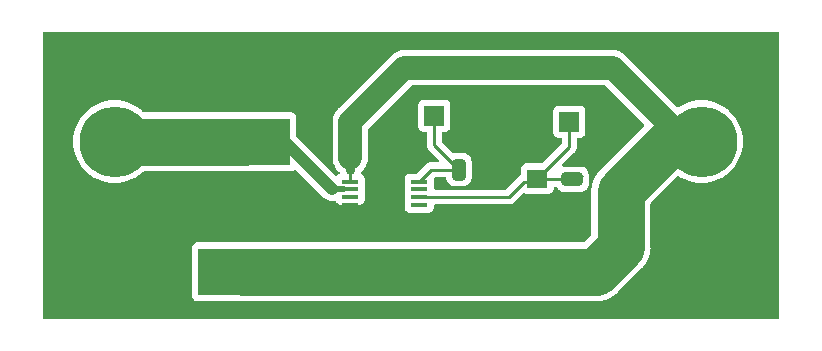
<source format=gtl>
%TF.GenerationSoftware,KiCad,Pcbnew,7.0.2*%
%TF.CreationDate,2023-08-29T10:35:33-07:00*%
%TF.ProjectId,Current Sense Standalone,43757272-656e-4742-9053-656e73652053,rev?*%
%TF.SameCoordinates,Original*%
%TF.FileFunction,Copper,L1,Top*%
%TF.FilePolarity,Positive*%
%FSLAX46Y46*%
G04 Gerber Fmt 4.6, Leading zero omitted, Abs format (unit mm)*
G04 Created by KiCad (PCBNEW 7.0.2) date 2023-08-29 10:35:33*
%MOMM*%
%LPD*%
G01*
G04 APERTURE LIST*
G04 Aperture macros list*
%AMRoundRect*
0 Rectangle with rounded corners*
0 $1 Rounding radius*
0 $2 $3 $4 $5 $6 $7 $8 $9 X,Y pos of 4 corners*
0 Add a 4 corners polygon primitive as box body*
4,1,4,$2,$3,$4,$5,$6,$7,$8,$9,$2,$3,0*
0 Add four circle primitives for the rounded corners*
1,1,$1+$1,$2,$3*
1,1,$1+$1,$4,$5*
1,1,$1+$1,$6,$7*
1,1,$1+$1,$8,$9*
0 Add four rect primitives between the rounded corners*
20,1,$1+$1,$2,$3,$4,$5,0*
20,1,$1+$1,$4,$5,$6,$7,0*
20,1,$1+$1,$6,$7,$8,$9,0*
20,1,$1+$1,$8,$9,$2,$3,0*%
G04 Aperture macros list end*
%TA.AperFunction,ComponentPad*%
%ADD10RoundRect,1.500000X1.500000X-1.500000X1.500000X1.500000X-1.500000X1.500000X-1.500000X-1.500000X0*%
%TD*%
%TA.AperFunction,ComponentPad*%
%ADD11C,6.000000*%
%TD*%
%TA.AperFunction,SMDPad,CuDef*%
%ADD12RoundRect,0.250000X-0.325000X-0.650000X0.325000X-0.650000X0.325000X0.650000X-0.325000X0.650000X0*%
%TD*%
%TA.AperFunction,SMDPad,CuDef*%
%ADD13R,1.800000X1.600000*%
%TD*%
%TA.AperFunction,SMDPad,CuDef*%
%ADD14R,7.800000X4.000000*%
%TD*%
%TA.AperFunction,SMDPad,CuDef*%
%ADD15RoundRect,0.250000X-0.650000X0.325000X-0.650000X-0.325000X0.650000X-0.325000X0.650000X0.325000X0*%
%TD*%
%TA.AperFunction,ComponentPad*%
%ADD16R,1.700000X1.700000*%
%TD*%
%TA.AperFunction,ComponentPad*%
%ADD17O,1.700000X1.700000*%
%TD*%
%TA.AperFunction,SMDPad,CuDef*%
%ADD18R,1.473200X0.355600*%
%TD*%
%TA.AperFunction,Conductor*%
%ADD19C,0.250000*%
%TD*%
%TA.AperFunction,Conductor*%
%ADD20C,4.000000*%
%TD*%
%TA.AperFunction,Conductor*%
%ADD21C,1.000000*%
%TD*%
%TA.AperFunction,Conductor*%
%ADD22C,0.500000*%
%TD*%
%TA.AperFunction,Conductor*%
%ADD23C,2.000000*%
%TD*%
%TA.AperFunction,Conductor*%
%ADD24C,0.750000*%
%TD*%
G04 APERTURE END LIST*
D10*
X68344045Y-29210000D03*
D11*
X68344045Y-22010000D03*
D12*
X47801000Y-24384000D03*
X50751000Y-24384000D03*
D13*
X54453375Y-25140000D03*
X54453375Y-27940000D03*
D14*
X29629273Y-33018011D03*
X29629273Y-22018011D03*
D15*
X57404000Y-25195000D03*
X57404000Y-28145000D03*
D16*
X45720000Y-19812000D03*
D17*
X48260000Y-19812000D03*
D18*
X38608000Y-25400000D03*
X38608000Y-26049998D03*
X38608000Y-26700000D03*
X38608000Y-27349998D03*
X44450000Y-27349998D03*
X44450000Y-26700000D03*
X44450000Y-26049998D03*
X44450000Y-25400000D03*
D10*
X18650936Y-29210000D03*
D11*
X18650936Y-22010000D03*
D16*
X57150000Y-20320000D03*
D17*
X59690000Y-20320000D03*
D19*
X57150000Y-20320000D02*
X57150000Y-22443375D01*
X57150000Y-22443375D02*
X54663751Y-24929624D01*
X54663751Y-24929624D02*
X54453375Y-24929624D01*
X57942862Y-25195000D02*
X58208238Y-24929624D01*
X53340000Y-25400000D02*
X53982999Y-25400000D01*
X54718751Y-25195000D02*
X57942862Y-25195000D01*
X44450000Y-26700000D02*
X52040000Y-26700000D01*
X53982999Y-25400000D02*
X54453375Y-24929624D01*
X54453375Y-24929624D02*
X54718751Y-25195000D01*
X52040000Y-26700000D02*
X53340000Y-25400000D01*
X58363078Y-27724784D02*
X58358238Y-27729624D01*
X18650936Y-29210000D02*
X20510938Y-27349998D01*
X54663751Y-27729624D02*
X54043375Y-28350000D01*
X44450000Y-25400000D02*
X45466000Y-24384000D01*
X45466000Y-24384000D02*
X47801000Y-24384000D01*
X45720000Y-22303000D02*
X45720000Y-19812000D01*
X47801000Y-24384000D02*
X45720000Y-22303000D01*
D20*
X18650936Y-22010000D02*
X29621262Y-22010000D01*
X29621262Y-22010000D02*
X29629273Y-22018011D01*
D19*
X28279273Y-23368011D02*
X29629273Y-22018011D01*
X38100000Y-26049998D02*
X38608000Y-26049998D01*
D21*
X33052013Y-22018011D02*
X29629273Y-22018011D01*
D22*
X37084000Y-26049998D02*
X38100000Y-26049998D01*
D19*
X18650936Y-22010000D02*
X20008947Y-23368011D01*
D21*
X37084000Y-26049998D02*
X33052013Y-22018011D01*
D19*
X18650936Y-20130973D02*
X18650936Y-22010000D01*
D20*
X65693027Y-22010000D02*
X68344045Y-22010000D01*
X61520000Y-26183027D02*
X65693027Y-22010000D01*
D23*
X38608000Y-23368000D02*
X38608000Y-20320000D01*
X43180000Y-15748000D02*
X60812045Y-15748000D01*
X29629273Y-33018011D02*
X29631262Y-33020000D01*
X38608000Y-20320000D02*
X43180000Y-15748000D01*
D20*
X59436000Y-33020000D02*
X61520000Y-30936000D01*
X29631262Y-33020000D02*
X59436000Y-33020000D01*
D23*
X60812045Y-15748000D02*
X67074045Y-22010000D01*
D24*
X38608000Y-23368000D02*
X38608000Y-24384000D01*
D19*
X38608000Y-24384000D02*
X38608000Y-25400000D01*
D20*
X61520000Y-30936000D02*
X61520000Y-26183027D01*
%TA.AperFunction,Conductor*%
G36*
X74872539Y-12720185D02*
G01*
X74918294Y-12772989D01*
X74929500Y-12824500D01*
X74929500Y-36901978D01*
X74909815Y-36969017D01*
X74857011Y-37014772D01*
X74805500Y-37025978D01*
X12730653Y-37025978D01*
X12663614Y-37006293D01*
X12617859Y-36953489D01*
X12606653Y-36901978D01*
X12606653Y-27572376D01*
X43212900Y-27572376D01*
X43212901Y-27575670D01*
X43219309Y-27635281D01*
X43269604Y-27770129D01*
X43355854Y-27885344D01*
X43471069Y-27971594D01*
X43605917Y-28021889D01*
X43665527Y-28028298D01*
X45234472Y-28028297D01*
X45294083Y-28021889D01*
X45428931Y-27971594D01*
X45544146Y-27885344D01*
X45630396Y-27770129D01*
X45680691Y-27635281D01*
X45687100Y-27575671D01*
X45687099Y-27449499D01*
X45706783Y-27382461D01*
X45759587Y-27336706D01*
X45811099Y-27325500D01*
X51957256Y-27325500D01*
X51977762Y-27327764D01*
X51980665Y-27327672D01*
X51980667Y-27327673D01*
X52047872Y-27325561D01*
X52051768Y-27325500D01*
X52075448Y-27325500D01*
X52079350Y-27325500D01*
X52083313Y-27324999D01*
X52094962Y-27324080D01*
X52138627Y-27322709D01*
X52157859Y-27317120D01*
X52176918Y-27313174D01*
X52183196Y-27312381D01*
X52196792Y-27310664D01*
X52237407Y-27294582D01*
X52248444Y-27290803D01*
X52290390Y-27278618D01*
X52307629Y-27268422D01*
X52325102Y-27259862D01*
X52343732Y-27252486D01*
X52379064Y-27226814D01*
X52388830Y-27220400D01*
X52426418Y-27198171D01*
X52426417Y-27198171D01*
X52426420Y-27198170D01*
X52440585Y-27184004D01*
X52455373Y-27171373D01*
X52471587Y-27159594D01*
X52499438Y-27125926D01*
X52507279Y-27117309D01*
X53203529Y-26421059D01*
X53264850Y-26387576D01*
X53334541Y-26392560D01*
X53445889Y-26434090D01*
X53445892Y-26434091D01*
X53505502Y-26440500D01*
X55401247Y-26440499D01*
X55460858Y-26434091D01*
X55595706Y-26383796D01*
X55710921Y-26297546D01*
X55797171Y-26182331D01*
X55847466Y-26047483D01*
X55853875Y-25987873D01*
X55853875Y-25944499D01*
X55873560Y-25877461D01*
X55926364Y-25831706D01*
X55977875Y-25820500D01*
X55988362Y-25820500D01*
X56055401Y-25840185D01*
X56093901Y-25879404D01*
X56161288Y-25988657D01*
X56285342Y-26112711D01*
X56285344Y-26112712D01*
X56434666Y-26204814D01*
X56546017Y-26241712D01*
X56601202Y-26259999D01*
X56700858Y-26270180D01*
X56700859Y-26270180D01*
X56703991Y-26270500D01*
X58104008Y-26270499D01*
X58206797Y-26259999D01*
X58373334Y-26204814D01*
X58522656Y-26112712D01*
X58646712Y-25988656D01*
X58738814Y-25839334D01*
X58793999Y-25672797D01*
X58804500Y-25570009D01*
X58804499Y-25152403D01*
X58811939Y-25116480D01*
X58817402Y-25081989D01*
X58838398Y-24949428D01*
X58823525Y-24792091D01*
X58793021Y-24707361D01*
X58764867Y-24629159D01*
X58763830Y-24626160D01*
X58760115Y-24614949D01*
X58738814Y-24550666D01*
X58646712Y-24401344D01*
X58646711Y-24401342D01*
X58522657Y-24277288D01*
X58373334Y-24185186D01*
X58206797Y-24130000D01*
X58107141Y-24119819D01*
X58107122Y-24119818D01*
X58104009Y-24119500D01*
X58100860Y-24119500D01*
X56707140Y-24119500D01*
X56707120Y-24119500D01*
X56703992Y-24119501D01*
X56700867Y-24119820D01*
X56700851Y-24119821D01*
X56665890Y-24123392D01*
X56597198Y-24110621D01*
X56546315Y-24062739D01*
X56529396Y-23994948D01*
X56551814Y-23928773D01*
X56565605Y-23912359D01*
X57533789Y-22944175D01*
X57549885Y-22931281D01*
X57551873Y-22929162D01*
X57551877Y-22929161D01*
X57597949Y-22880098D01*
X57600534Y-22877430D01*
X57620120Y-22857846D01*
X57622585Y-22854667D01*
X57630167Y-22845791D01*
X57660062Y-22813957D01*
X57669712Y-22796402D01*
X57680400Y-22780132D01*
X57692673Y-22764311D01*
X57710026Y-22724207D01*
X57715157Y-22713737D01*
X57736197Y-22675467D01*
X57741175Y-22656074D01*
X57747481Y-22637657D01*
X57749018Y-22634103D01*
X57755438Y-22619271D01*
X57762272Y-22576120D01*
X57764635Y-22564706D01*
X57775500Y-22522394D01*
X57775500Y-22502358D01*
X57777027Y-22482959D01*
X57780160Y-22463179D01*
X57776050Y-22419699D01*
X57775500Y-22408030D01*
X57775500Y-21794499D01*
X57795185Y-21727460D01*
X57847989Y-21681705D01*
X57899500Y-21670499D01*
X58044561Y-21670499D01*
X58047872Y-21670499D01*
X58107483Y-21664091D01*
X58242331Y-21613796D01*
X58357546Y-21527546D01*
X58443796Y-21412331D01*
X58494091Y-21277483D01*
X58500500Y-21217873D01*
X58500499Y-19422128D01*
X58494091Y-19362517D01*
X58443796Y-19227669D01*
X58357546Y-19112454D01*
X58242331Y-19026204D01*
X58107483Y-18975909D01*
X58047873Y-18969500D01*
X58044550Y-18969500D01*
X56255439Y-18969500D01*
X56255420Y-18969500D01*
X56252128Y-18969501D01*
X56248848Y-18969853D01*
X56248840Y-18969854D01*
X56192515Y-18975909D01*
X56057669Y-19026204D01*
X55942454Y-19112454D01*
X55856204Y-19227668D01*
X55805910Y-19362515D01*
X55805909Y-19362517D01*
X55799500Y-19422127D01*
X55799500Y-19425448D01*
X55799500Y-19425449D01*
X55799500Y-21214560D01*
X55799500Y-21214578D01*
X55799501Y-21217872D01*
X55799853Y-21221152D01*
X55799854Y-21221159D01*
X55805909Y-21277484D01*
X55831056Y-21344906D01*
X55856204Y-21412331D01*
X55942454Y-21527546D01*
X56057669Y-21613796D01*
X56192517Y-21664091D01*
X56252127Y-21670500D01*
X56400500Y-21670499D01*
X56467539Y-21690183D01*
X56513294Y-21742987D01*
X56524500Y-21794499D01*
X56524500Y-22132921D01*
X56504815Y-22199960D01*
X56488181Y-22220602D01*
X54905601Y-23803181D01*
X54844278Y-23836666D01*
X54817920Y-23839500D01*
X53508814Y-23839500D01*
X53508795Y-23839500D01*
X53505503Y-23839501D01*
X53502223Y-23839853D01*
X53502215Y-23839854D01*
X53445890Y-23845909D01*
X53311044Y-23896204D01*
X53195829Y-23982454D01*
X53109579Y-24097668D01*
X53101317Y-24119821D01*
X53059284Y-24232517D01*
X53052875Y-24292127D01*
X53052875Y-24295448D01*
X53052875Y-24295449D01*
X53052875Y-24772266D01*
X53033190Y-24839305D01*
X53001671Y-24872649D01*
X53000845Y-24873248D01*
X52991174Y-24879595D01*
X52953580Y-24901829D01*
X52939413Y-24915996D01*
X52924624Y-24928626D01*
X52908413Y-24940404D01*
X52880572Y-24974058D01*
X52872711Y-24982697D01*
X51817228Y-26038181D01*
X51755905Y-26071666D01*
X51729547Y-26074500D01*
X45811100Y-26074500D01*
X45744061Y-26054815D01*
X45698306Y-26002011D01*
X45687100Y-25950501D01*
X45687099Y-25827637D01*
X45687099Y-25824326D01*
X45680691Y-25764715D01*
X45680690Y-25764714D01*
X45679026Y-25749227D01*
X45680661Y-25749051D01*
X45677055Y-25698641D01*
X45680525Y-25686823D01*
X45680691Y-25685283D01*
X45687100Y-25625673D01*
X45687099Y-25174328D01*
X45684135Y-25146752D01*
X45696542Y-25077993D01*
X45744154Y-25026857D01*
X45807425Y-25009500D01*
X46605911Y-25009500D01*
X46672950Y-25029185D01*
X46718705Y-25081989D01*
X46729269Y-25120898D01*
X46736000Y-25186796D01*
X46791186Y-25353334D01*
X46883288Y-25502657D01*
X47007342Y-25626711D01*
X47007344Y-25626712D01*
X47156666Y-25718814D01*
X47254895Y-25751364D01*
X47323202Y-25773999D01*
X47422858Y-25784180D01*
X47422859Y-25784180D01*
X47425991Y-25784500D01*
X48176008Y-25784499D01*
X48278797Y-25773999D01*
X48445334Y-25718814D01*
X48594656Y-25626712D01*
X48718712Y-25502656D01*
X48810814Y-25353334D01*
X48865999Y-25186797D01*
X48876500Y-25084009D01*
X48876499Y-23683992D01*
X48865999Y-23581203D01*
X48810814Y-23414666D01*
X48718712Y-23265344D01*
X48718711Y-23265342D01*
X48594657Y-23141288D01*
X48445334Y-23049186D01*
X48278797Y-22994000D01*
X48179141Y-22983819D01*
X48179122Y-22983818D01*
X48176009Y-22983500D01*
X48172860Y-22983500D01*
X47429141Y-22983500D01*
X47429121Y-22983500D01*
X47425992Y-22983501D01*
X47422860Y-22983820D01*
X47422858Y-22983821D01*
X47356768Y-22990572D01*
X47288075Y-22977802D01*
X47256486Y-22954895D01*
X46381819Y-22080227D01*
X46348334Y-22018904D01*
X46345500Y-21992546D01*
X46345500Y-21286499D01*
X46365185Y-21219460D01*
X46417989Y-21173705D01*
X46469500Y-21162499D01*
X46614561Y-21162499D01*
X46617872Y-21162499D01*
X46677483Y-21156091D01*
X46812331Y-21105796D01*
X46927546Y-21019546D01*
X47013796Y-20904331D01*
X47064091Y-20769483D01*
X47070500Y-20709873D01*
X47070499Y-18914128D01*
X47064091Y-18854517D01*
X47013796Y-18719669D01*
X46927546Y-18604454D01*
X46812331Y-18518204D01*
X46677483Y-18467909D01*
X46617873Y-18461500D01*
X46614550Y-18461500D01*
X44825439Y-18461500D01*
X44825420Y-18461500D01*
X44822128Y-18461501D01*
X44818848Y-18461853D01*
X44818840Y-18461854D01*
X44762515Y-18467909D01*
X44627669Y-18518204D01*
X44512454Y-18604454D01*
X44426204Y-18719668D01*
X44375910Y-18854515D01*
X44375909Y-18854517D01*
X44369500Y-18914127D01*
X44369500Y-18917448D01*
X44369500Y-18917449D01*
X44369500Y-20706560D01*
X44369500Y-20706578D01*
X44369501Y-20709872D01*
X44375909Y-20769483D01*
X44426204Y-20904331D01*
X44512454Y-21019546D01*
X44627669Y-21105796D01*
X44762517Y-21156091D01*
X44822127Y-21162500D01*
X44970500Y-21162499D01*
X45037539Y-21182183D01*
X45083294Y-21234987D01*
X45094500Y-21286499D01*
X45094500Y-22220256D01*
X45092235Y-22240766D01*
X45094439Y-22310872D01*
X45094500Y-22314767D01*
X45094500Y-22342350D01*
X45094988Y-22346219D01*
X45094989Y-22346225D01*
X45095004Y-22346343D01*
X45095918Y-22357967D01*
X45097290Y-22401626D01*
X45102879Y-22420860D01*
X45106825Y-22439916D01*
X45109335Y-22459792D01*
X45125414Y-22500404D01*
X45129197Y-22511451D01*
X45141382Y-22553391D01*
X45151580Y-22570635D01*
X45160136Y-22588100D01*
X45167514Y-22606732D01*
X45167515Y-22606733D01*
X45193180Y-22642059D01*
X45199593Y-22651822D01*
X45221826Y-22689416D01*
X45221829Y-22689419D01*
X45221830Y-22689420D01*
X45235995Y-22703585D01*
X45248627Y-22718375D01*
X45260406Y-22734587D01*
X45294058Y-22762426D01*
X45302699Y-22770289D01*
X46079229Y-23546819D01*
X46112714Y-23608142D01*
X46107730Y-23677834D01*
X46065858Y-23733767D01*
X46000394Y-23758184D01*
X45991548Y-23758500D01*
X45548744Y-23758500D01*
X45528237Y-23756235D01*
X45458127Y-23758439D01*
X45454232Y-23758500D01*
X45426650Y-23758500D01*
X45422805Y-23758985D01*
X45422780Y-23758987D01*
X45422653Y-23759004D01*
X45411033Y-23759918D01*
X45367369Y-23761290D01*
X45348129Y-23766880D01*
X45329081Y-23770825D01*
X45309209Y-23773335D01*
X45268599Y-23789413D01*
X45257554Y-23793194D01*
X45215610Y-23805381D01*
X45198365Y-23815579D01*
X45180904Y-23824133D01*
X45162267Y-23831512D01*
X45126931Y-23857185D01*
X45117174Y-23863595D01*
X45079580Y-23885829D01*
X45065413Y-23899996D01*
X45050624Y-23912626D01*
X45034413Y-23924404D01*
X45006572Y-23958058D01*
X44998711Y-23966697D01*
X44280026Y-24685381D01*
X44218703Y-24718866D01*
X44192345Y-24721700D01*
X43668839Y-24721700D01*
X43668820Y-24721700D01*
X43665528Y-24721701D01*
X43662248Y-24722053D01*
X43662240Y-24722054D01*
X43605915Y-24728109D01*
X43471069Y-24778404D01*
X43355854Y-24864654D01*
X43269604Y-24979868D01*
X43219310Y-25114715D01*
X43219309Y-25114717D01*
X43212900Y-25174327D01*
X43212900Y-25177648D01*
X43212900Y-25177649D01*
X43212900Y-25622360D01*
X43212900Y-25622378D01*
X43212901Y-25625672D01*
X43213253Y-25628952D01*
X43213254Y-25628959D01*
X43216767Y-25661643D01*
X43218505Y-25677807D01*
X43220974Y-25700768D01*
X43219338Y-25700943D01*
X43222941Y-25751364D01*
X43219475Y-25763168D01*
X43219309Y-25764715D01*
X43212900Y-25824325D01*
X43212900Y-25827646D01*
X43212900Y-25827647D01*
X43212900Y-26272358D01*
X43212900Y-26272376D01*
X43212901Y-26275670D01*
X43213253Y-26278950D01*
X43213254Y-26278957D01*
X43220974Y-26350766D01*
X43219339Y-26350941D01*
X43222943Y-26401362D01*
X43219475Y-26413171D01*
X43219308Y-26414717D01*
X43219309Y-26414717D01*
X43212900Y-26474327D01*
X43212900Y-26477648D01*
X43212900Y-26477649D01*
X43212900Y-26922360D01*
X43212900Y-26922378D01*
X43212901Y-26925672D01*
X43213253Y-26928952D01*
X43213254Y-26928959D01*
X43220974Y-27000768D01*
X43219338Y-27000943D01*
X43222941Y-27051364D01*
X43219475Y-27063168D01*
X43213351Y-27120130D01*
X43212900Y-27124325D01*
X43212900Y-27127646D01*
X43212900Y-27127647D01*
X43212900Y-27572358D01*
X43212900Y-27572376D01*
X12606653Y-27572376D01*
X12606653Y-22010000D01*
X15145632Y-22010000D01*
X15145802Y-22013243D01*
X15163867Y-22357967D01*
X15164834Y-22376404D01*
X15165339Y-22379597D01*
X15165341Y-22379609D01*
X15221721Y-22735576D01*
X15222231Y-22738794D01*
X15223069Y-22741923D01*
X15223072Y-22741935D01*
X15316351Y-23090056D01*
X15316355Y-23090070D01*
X15317194Y-23093199D01*
X15318357Y-23096228D01*
X15318361Y-23096241D01*
X15447520Y-23432712D01*
X15448681Y-23435736D01*
X15450149Y-23438617D01*
X15613767Y-23759735D01*
X15615254Y-23762652D01*
X15815085Y-24070366D01*
X16045987Y-24355506D01*
X16305430Y-24614949D01*
X16590570Y-24845851D01*
X16898284Y-25045682D01*
X17225200Y-25212255D01*
X17567737Y-25343742D01*
X17570877Y-25344583D01*
X17570879Y-25344584D01*
X17683740Y-25374825D01*
X17922142Y-25438705D01*
X18284532Y-25496102D01*
X18650936Y-25515304D01*
X19017340Y-25496102D01*
X19379730Y-25438705D01*
X19734135Y-25343742D01*
X20076672Y-25212255D01*
X20403588Y-25045682D01*
X20711302Y-24845851D01*
X20996442Y-24614949D01*
X21064572Y-24546818D01*
X21125895Y-24513334D01*
X21152253Y-24510500D01*
X25600247Y-24510500D01*
X25613503Y-24511211D01*
X25621789Y-24512101D01*
X25621790Y-24512102D01*
X25681400Y-24518511D01*
X29505499Y-24518510D01*
X29517169Y-24519060D01*
X29521455Y-24519465D01*
X29550575Y-24522218D01*
X29666620Y-24518570D01*
X29670515Y-24518510D01*
X33573834Y-24518510D01*
X33577145Y-24518510D01*
X33636756Y-24512102D01*
X33771604Y-24461807D01*
X33862466Y-24393787D01*
X33927926Y-24369371D01*
X33996199Y-24384222D01*
X34024455Y-24405374D01*
X36412420Y-26793339D01*
X36414846Y-26795317D01*
X36530593Y-26889696D01*
X36710952Y-26983908D01*
X36906580Y-27039885D01*
X36931734Y-27041800D01*
X37109477Y-27055335D01*
X37292607Y-27032012D01*
X37361595Y-27043069D01*
X37413655Y-27089669D01*
X37424451Y-27111679D01*
X37427604Y-27120131D01*
X37513854Y-27235346D01*
X37629069Y-27321596D01*
X37763917Y-27371891D01*
X37823527Y-27378300D01*
X39392472Y-27378299D01*
X39452083Y-27371891D01*
X39586931Y-27321596D01*
X39702146Y-27235346D01*
X39788396Y-27120131D01*
X39838691Y-26985283D01*
X39845100Y-26925673D01*
X39845099Y-26474328D01*
X39838691Y-26414717D01*
X39838690Y-26414715D01*
X39837026Y-26399232D01*
X39838660Y-26399056D01*
X39835052Y-26348646D01*
X39838525Y-26336817D01*
X39838689Y-26335284D01*
X39838691Y-26335281D01*
X39845100Y-26275671D01*
X39845099Y-25824326D01*
X39838691Y-25764715D01*
X39838690Y-25764714D01*
X39837026Y-25749227D01*
X39838661Y-25749051D01*
X39835055Y-25698641D01*
X39838525Y-25686823D01*
X39838691Y-25685283D01*
X39845100Y-25625673D01*
X39845099Y-25174328D01*
X39838691Y-25114717D01*
X39788396Y-24979869D01*
X39702146Y-24864654D01*
X39586931Y-24778404D01*
X39559730Y-24768258D01*
X39503799Y-24726388D01*
X39479382Y-24660924D01*
X39494234Y-24592651D01*
X39526902Y-24554225D01*
X39627744Y-24475738D01*
X39796164Y-24292785D01*
X39932173Y-24084607D01*
X40032063Y-23856881D01*
X40093108Y-23615821D01*
X40108500Y-23430067D01*
X40108500Y-20992888D01*
X40128185Y-20925850D01*
X40144819Y-20905208D01*
X43765208Y-17284819D01*
X43826531Y-17251334D01*
X43852889Y-17248500D01*
X60139155Y-17248500D01*
X60206194Y-17268185D01*
X60226836Y-17284819D01*
X63466720Y-20524703D01*
X63500205Y-20586026D01*
X63495221Y-20655718D01*
X63466720Y-20700065D01*
X59781036Y-24385748D01*
X59778240Y-24388458D01*
X59696452Y-24465263D01*
X59696442Y-24465272D01*
X59693610Y-24467933D01*
X59691130Y-24470931D01*
X59619617Y-24557374D01*
X59617090Y-24560332D01*
X59540311Y-24647422D01*
X59538126Y-24650635D01*
X59538122Y-24650642D01*
X59521447Y-24675177D01*
X59514439Y-24684511D01*
X59495536Y-24707361D01*
X59495527Y-24707373D01*
X59493053Y-24710364D01*
X59490966Y-24713651D01*
X59490967Y-24713651D01*
X59430853Y-24808374D01*
X59428716Y-24811627D01*
X59365652Y-24904424D01*
X59365647Y-24904432D01*
X59363459Y-24907652D01*
X59361690Y-24911122D01*
X59361688Y-24911127D01*
X59348226Y-24937547D01*
X59342442Y-24947687D01*
X59326551Y-24972728D01*
X59326543Y-24972740D01*
X59324463Y-24976020D01*
X59299445Y-25029185D01*
X59275041Y-25081045D01*
X59273328Y-25084541D01*
X59222386Y-25184521D01*
X59222380Y-25184534D01*
X59220617Y-25187995D01*
X59219298Y-25191657D01*
X59219296Y-25191663D01*
X59209247Y-25219573D01*
X59204779Y-25230359D01*
X59192157Y-25257182D01*
X59192151Y-25257195D01*
X59190497Y-25260712D01*
X59189298Y-25264400D01*
X59189292Y-25264417D01*
X59154615Y-25371142D01*
X59153354Y-25374823D01*
X59114038Y-25484031D01*
X59113188Y-25487831D01*
X59113188Y-25487833D01*
X59106720Y-25516767D01*
X59103639Y-25528027D01*
X59094472Y-25556240D01*
X59094465Y-25556265D01*
X59093269Y-25559948D01*
X59092543Y-25563753D01*
X59092537Y-25563777D01*
X59071511Y-25673996D01*
X59070722Y-25677807D01*
X59046252Y-25787284D01*
X59046250Y-25787291D01*
X59045402Y-25791089D01*
X59045036Y-25794957D01*
X59045033Y-25794978D01*
X59042242Y-25824498D01*
X59040598Y-25836056D01*
X59035042Y-25865184D01*
X59034312Y-25869012D01*
X59034067Y-25872900D01*
X59034066Y-25872911D01*
X59027022Y-25984873D01*
X59026717Y-25988754D01*
X59016159Y-26100450D01*
X59016158Y-26100460D01*
X59015793Y-26104329D01*
X59015915Y-26108217D01*
X59015915Y-26108223D01*
X59019439Y-26220357D01*
X59019500Y-26224252D01*
X59019500Y-29848896D01*
X58999815Y-29915935D01*
X58983181Y-29936577D01*
X58436578Y-30483181D01*
X58375255Y-30516666D01*
X58348897Y-30519500D01*
X33602288Y-30519500D01*
X33589051Y-30518790D01*
X33577146Y-30517511D01*
X33573822Y-30517511D01*
X25684712Y-30517511D01*
X25684693Y-30517511D01*
X25681401Y-30517512D01*
X25678121Y-30517864D01*
X25678113Y-30517865D01*
X25621788Y-30523920D01*
X25486942Y-30574215D01*
X25371727Y-30660465D01*
X25285477Y-30775679D01*
X25285476Y-30775680D01*
X25285477Y-30775680D01*
X25235182Y-30910528D01*
X25228773Y-30970138D01*
X25228773Y-30973459D01*
X25228773Y-30973460D01*
X25228773Y-35062571D01*
X25228773Y-35062589D01*
X25228774Y-35065883D01*
X25235182Y-35125494D01*
X25285477Y-35260342D01*
X25371727Y-35375557D01*
X25486942Y-35461807D01*
X25621790Y-35512102D01*
X25681400Y-35518511D01*
X29517161Y-35518510D01*
X29524949Y-35518755D01*
X29552679Y-35520500D01*
X59394774Y-35520500D01*
X59398669Y-35520561D01*
X59514698Y-35524207D01*
X59630292Y-35513279D01*
X59634151Y-35512976D01*
X59750015Y-35505688D01*
X59782993Y-35499396D01*
X59794524Y-35497755D01*
X59827938Y-35494598D01*
X59831737Y-35493748D01*
X59831748Y-35493747D01*
X59941235Y-35469273D01*
X59945041Y-35468484D01*
X60059079Y-35446731D01*
X60090998Y-35436359D01*
X60102235Y-35433284D01*
X60134996Y-35425962D01*
X60244285Y-35386614D01*
X60247874Y-35385386D01*
X60358315Y-35349503D01*
X60388669Y-35335218D01*
X60399471Y-35330745D01*
X60427360Y-35320705D01*
X60427360Y-35320704D01*
X60431032Y-35319383D01*
X60534507Y-35266658D01*
X60537954Y-35264970D01*
X60643007Y-35215537D01*
X60671343Y-35197553D01*
X60681471Y-35191776D01*
X60711375Y-35176541D01*
X60807403Y-35111280D01*
X60810661Y-35109140D01*
X60908663Y-35046947D01*
X60934521Y-35025553D01*
X60943841Y-35018556D01*
X60971605Y-34999689D01*
X61058700Y-34922902D01*
X61061621Y-34920407D01*
X61151094Y-34846390D01*
X61230598Y-34761725D01*
X61233247Y-34758992D01*
X63258992Y-32733247D01*
X63261725Y-32730598D01*
X63346390Y-32651094D01*
X63420407Y-32561621D01*
X63422903Y-32558700D01*
X63497109Y-32474531D01*
X63499689Y-32471605D01*
X63518556Y-32443841D01*
X63525553Y-32434521D01*
X63546947Y-32408663D01*
X63609142Y-32310657D01*
X63611280Y-32307403D01*
X63631111Y-32278221D01*
X63676541Y-32211375D01*
X63691776Y-32181471D01*
X63697553Y-32171343D01*
X63715537Y-32143007D01*
X63764970Y-32037954D01*
X63766658Y-32034507D01*
X63819383Y-31931032D01*
X63830745Y-31899470D01*
X63835218Y-31888671D01*
X63847839Y-31861851D01*
X63847838Y-31861851D01*
X63849503Y-31858315D01*
X63885386Y-31747874D01*
X63886614Y-31744285D01*
X63925962Y-31634996D01*
X63933284Y-31602235D01*
X63936359Y-31590998D01*
X63946731Y-31559079D01*
X63968484Y-31445041D01*
X63969273Y-31441235D01*
X63993747Y-31331748D01*
X63993748Y-31331737D01*
X63994598Y-31327938D01*
X63997755Y-31294524D01*
X63999396Y-31282993D01*
X64005688Y-31250015D01*
X64012976Y-31134151D01*
X64013281Y-31130279D01*
X64024207Y-31014698D01*
X64020558Y-30898604D01*
X64020499Y-30894836D01*
X64020499Y-27270128D01*
X64040184Y-27203090D01*
X64056813Y-27182453D01*
X66279209Y-24960057D01*
X66340530Y-24926574D01*
X66410222Y-24931558D01*
X66434421Y-24943744D01*
X66591393Y-25045682D01*
X66918309Y-25212255D01*
X67260846Y-25343742D01*
X67263986Y-25344583D01*
X67263988Y-25344584D01*
X67376849Y-25374825D01*
X67615251Y-25438705D01*
X67977641Y-25496102D01*
X68344045Y-25515304D01*
X68710449Y-25496102D01*
X69072839Y-25438705D01*
X69427244Y-25343742D01*
X69769781Y-25212255D01*
X70096697Y-25045682D01*
X70404411Y-24845851D01*
X70689551Y-24614949D01*
X70948994Y-24355506D01*
X71179896Y-24070366D01*
X71379727Y-23762652D01*
X71546300Y-23435736D01*
X71677787Y-23093199D01*
X71772750Y-22738794D01*
X71830147Y-22376404D01*
X71849349Y-22010000D01*
X71830147Y-21643596D01*
X71772750Y-21281206D01*
X71677787Y-20926801D01*
X71546300Y-20584264D01*
X71379727Y-20257348D01*
X71179896Y-19949634D01*
X70948994Y-19664494D01*
X70689551Y-19405051D01*
X70637023Y-19362515D01*
X70533947Y-19279045D01*
X70404411Y-19174149D01*
X70096697Y-18974318D01*
X70093809Y-18972846D01*
X70093803Y-18972843D01*
X69772662Y-18809213D01*
X69769781Y-18807745D01*
X69766760Y-18806585D01*
X69766757Y-18806584D01*
X69430286Y-18677425D01*
X69430273Y-18677421D01*
X69427244Y-18676258D01*
X69424115Y-18675419D01*
X69424101Y-18675415D01*
X69075980Y-18582136D01*
X69075968Y-18582133D01*
X69072839Y-18581295D01*
X69069626Y-18580786D01*
X69069621Y-18580785D01*
X68713654Y-18524405D01*
X68713642Y-18524403D01*
X68710449Y-18523898D01*
X68707216Y-18523728D01*
X68707211Y-18523728D01*
X68347289Y-18504866D01*
X68344045Y-18504696D01*
X68340801Y-18504866D01*
X67980878Y-18523728D01*
X67980871Y-18523728D01*
X67977641Y-18523898D01*
X67974449Y-18524403D01*
X67974435Y-18524405D01*
X67618468Y-18580785D01*
X67618459Y-18580786D01*
X67615251Y-18581295D01*
X67612125Y-18582132D01*
X67612109Y-18582136D01*
X67263988Y-18675415D01*
X67263968Y-18675421D01*
X67260846Y-18676258D01*
X67257821Y-18677418D01*
X67257803Y-18677425D01*
X66921332Y-18806584D01*
X66921322Y-18806588D01*
X66918309Y-18807745D01*
X66915434Y-18809209D01*
X66915427Y-18809213D01*
X66594286Y-18972843D01*
X66594272Y-18972850D01*
X66591393Y-18974318D01*
X66588674Y-18976083D01*
X66588670Y-18976086D01*
X66414297Y-19089324D01*
X66347352Y-19109327D01*
X66280220Y-19089961D01*
X66259082Y-19073009D01*
X61944380Y-14758307D01*
X61934207Y-14746787D01*
X61919785Y-14728258D01*
X61852998Y-14666776D01*
X61849300Y-14663227D01*
X61830984Y-14644911D01*
X61829171Y-14643098D01*
X61807433Y-14624687D01*
X61803591Y-14621293D01*
X61736833Y-14559837D01*
X61717170Y-14546991D01*
X61704856Y-14537808D01*
X61686939Y-14522634D01*
X61608935Y-14476153D01*
X61604654Y-14473481D01*
X61528654Y-14423828D01*
X61528648Y-14423824D01*
X61507152Y-14414395D01*
X61493493Y-14407364D01*
X61473320Y-14395344D01*
X61420998Y-14374928D01*
X61388762Y-14362349D01*
X61384049Y-14360397D01*
X61356377Y-14348260D01*
X61300925Y-14323936D01*
X61278159Y-14318171D01*
X61263530Y-14313484D01*
X61241659Y-14304950D01*
X61152838Y-14286325D01*
X61147848Y-14285171D01*
X61059864Y-14262891D01*
X61036466Y-14260952D01*
X61021268Y-14258738D01*
X60998282Y-14253919D01*
X60976533Y-14253019D01*
X60907604Y-14250168D01*
X60902493Y-14249851D01*
X60876654Y-14247710D01*
X60876639Y-14247709D01*
X60874112Y-14247500D01*
X60871559Y-14247500D01*
X60845641Y-14247500D01*
X60840518Y-14247394D01*
X60836746Y-14247238D01*
X60749825Y-14243642D01*
X60726518Y-14246548D01*
X60711180Y-14247500D01*
X43280864Y-14247500D01*
X43265526Y-14246548D01*
X43242219Y-14243642D01*
X43151536Y-14247394D01*
X43146411Y-14247500D01*
X43117933Y-14247500D01*
X43115406Y-14247709D01*
X43115389Y-14247710D01*
X43089538Y-14249852D01*
X43084428Y-14250169D01*
X42993761Y-14253920D01*
X42970781Y-14258738D01*
X42955581Y-14260952D01*
X42932180Y-14262891D01*
X42844191Y-14285172D01*
X42839202Y-14286326D01*
X42750389Y-14304950D01*
X42750386Y-14304950D01*
X42750386Y-14304951D01*
X42728512Y-14313485D01*
X42713889Y-14318170D01*
X42691118Y-14323936D01*
X42608008Y-14360392D01*
X42603275Y-14362353D01*
X42518722Y-14395346D01*
X42498546Y-14407367D01*
X42484901Y-14414391D01*
X42463391Y-14423828D01*
X42387407Y-14473469D01*
X42383062Y-14476182D01*
X42305102Y-14522635D01*
X42287182Y-14537813D01*
X42274869Y-14546994D01*
X42255218Y-14559833D01*
X42188446Y-14621300D01*
X42184610Y-14624687D01*
X42164836Y-14641436D01*
X42164819Y-14641451D01*
X42162874Y-14643099D01*
X42161068Y-14644903D01*
X42161070Y-14644903D01*
X42142750Y-14663222D01*
X42139057Y-14666764D01*
X42072261Y-14728255D01*
X42057832Y-14746793D01*
X42047663Y-14758308D01*
X37618306Y-19187664D01*
X37606793Y-19197832D01*
X37588254Y-19212262D01*
X37526775Y-19279045D01*
X37523233Y-19282738D01*
X37503098Y-19302874D01*
X37501437Y-19304834D01*
X37501437Y-19304835D01*
X37484689Y-19324609D01*
X37481299Y-19328447D01*
X37419835Y-19395215D01*
X37406995Y-19414868D01*
X37397813Y-19427183D01*
X37382636Y-19445102D01*
X37336174Y-19523074D01*
X37333462Y-19527417D01*
X37283826Y-19603392D01*
X37274396Y-19624891D01*
X37267368Y-19638545D01*
X37255343Y-19658726D01*
X37222346Y-19743288D01*
X37220386Y-19748020D01*
X37183936Y-19831120D01*
X37178169Y-19853890D01*
X37173484Y-19868515D01*
X37164951Y-19890385D01*
X37146324Y-19979211D01*
X37145170Y-19984200D01*
X37122891Y-20072180D01*
X37120952Y-20095578D01*
X37118738Y-20110777D01*
X37113919Y-20133762D01*
X37110168Y-20224440D01*
X37109851Y-20229551D01*
X37107710Y-20255390D01*
X37107709Y-20255406D01*
X37107500Y-20257933D01*
X37107500Y-20260486D01*
X37107500Y-20286402D01*
X37107394Y-20291527D01*
X37103642Y-20382219D01*
X37106548Y-20405526D01*
X37107500Y-20420864D01*
X37107500Y-23430067D01*
X37122892Y-23615821D01*
X37183937Y-23856881D01*
X37213556Y-23924406D01*
X37283825Y-24084604D01*
X37283827Y-24084607D01*
X37419836Y-24292785D01*
X37588256Y-24475738D01*
X37689096Y-24554225D01*
X37729909Y-24610935D01*
X37733583Y-24680708D01*
X37698951Y-24741391D01*
X37656267Y-24768259D01*
X37629071Y-24778402D01*
X37499582Y-24875338D01*
X37499576Y-24875331D01*
X37457936Y-24906502D01*
X37388244Y-24911486D01*
X37326923Y-24878001D01*
X34066091Y-21617169D01*
X34032606Y-21555846D01*
X34029772Y-21529488D01*
X34029772Y-19973450D01*
X34029772Y-19973449D01*
X34029772Y-19970139D01*
X34023364Y-19910528D01*
X33973069Y-19775680D01*
X33886819Y-19660465D01*
X33771604Y-19574215D01*
X33636756Y-19523920D01*
X33577146Y-19517511D01*
X33573824Y-19517511D01*
X29831077Y-19517511D01*
X29823302Y-19517266D01*
X29819379Y-19517019D01*
X29815537Y-19516717D01*
X29703839Y-19506159D01*
X29703828Y-19506158D01*
X29699960Y-19505793D01*
X29696071Y-19505915D01*
X29696065Y-19505915D01*
X29583931Y-19509439D01*
X29580036Y-19509500D01*
X21152253Y-19509500D01*
X21085214Y-19489815D01*
X21064572Y-19473181D01*
X20998736Y-19407345D01*
X20996442Y-19405051D01*
X20943914Y-19362515D01*
X20840838Y-19279045D01*
X20711302Y-19174149D01*
X20403588Y-18974318D01*
X20400700Y-18972846D01*
X20400694Y-18972843D01*
X20079553Y-18809213D01*
X20076672Y-18807745D01*
X20073651Y-18806585D01*
X20073648Y-18806584D01*
X19737177Y-18677425D01*
X19737164Y-18677421D01*
X19734135Y-18676258D01*
X19731006Y-18675419D01*
X19730992Y-18675415D01*
X19382871Y-18582136D01*
X19382859Y-18582133D01*
X19379730Y-18581295D01*
X19376517Y-18580786D01*
X19376512Y-18580785D01*
X19020545Y-18524405D01*
X19020533Y-18524403D01*
X19017340Y-18523898D01*
X19014107Y-18523728D01*
X19014102Y-18523728D01*
X18654180Y-18504866D01*
X18650936Y-18504696D01*
X18647692Y-18504866D01*
X18287769Y-18523728D01*
X18287762Y-18523728D01*
X18284532Y-18523898D01*
X18281340Y-18524403D01*
X18281326Y-18524405D01*
X17925359Y-18580785D01*
X17925350Y-18580786D01*
X17922142Y-18581295D01*
X17919016Y-18582132D01*
X17919000Y-18582136D01*
X17570879Y-18675415D01*
X17570859Y-18675421D01*
X17567737Y-18676258D01*
X17564712Y-18677418D01*
X17564694Y-18677425D01*
X17228223Y-18806584D01*
X17228213Y-18806588D01*
X17225200Y-18807745D01*
X17222325Y-18809209D01*
X17222318Y-18809213D01*
X16901177Y-18972843D01*
X16901163Y-18972850D01*
X16898284Y-18974318D01*
X16895564Y-18976084D01*
X16895556Y-18976089D01*
X16593298Y-19172377D01*
X16593292Y-19172380D01*
X16590570Y-19174149D01*
X16588050Y-19176189D01*
X16588044Y-19176194D01*
X16307948Y-19403011D01*
X16307937Y-19403020D01*
X16305430Y-19405051D01*
X16303145Y-19407335D01*
X16303135Y-19407345D01*
X16048281Y-19662199D01*
X16048271Y-19662209D01*
X16045987Y-19664494D01*
X16043956Y-19667001D01*
X16043947Y-19667012D01*
X15817130Y-19947108D01*
X15817125Y-19947114D01*
X15815085Y-19949634D01*
X15813316Y-19952356D01*
X15813313Y-19952362D01*
X15617025Y-20254620D01*
X15617020Y-20254628D01*
X15615254Y-20257348D01*
X15613786Y-20260227D01*
X15613779Y-20260241D01*
X15450149Y-20581382D01*
X15448681Y-20584264D01*
X15447524Y-20587277D01*
X15447520Y-20587287D01*
X15318361Y-20923758D01*
X15318354Y-20923776D01*
X15317194Y-20926801D01*
X15316357Y-20929923D01*
X15316351Y-20929943D01*
X15223072Y-21278064D01*
X15223068Y-21278080D01*
X15222231Y-21281206D01*
X15221722Y-21284414D01*
X15221721Y-21284423D01*
X15165341Y-21640390D01*
X15165339Y-21640404D01*
X15164834Y-21643596D01*
X15164664Y-21646826D01*
X15164664Y-21646833D01*
X15146547Y-21992546D01*
X15145632Y-22010000D01*
X12606653Y-22010000D01*
X12606653Y-12824500D01*
X12626338Y-12757461D01*
X12679142Y-12711706D01*
X12730653Y-12700500D01*
X74805500Y-12700500D01*
X74872539Y-12720185D01*
G37*
%TD.AperFunction*%
M02*

</source>
